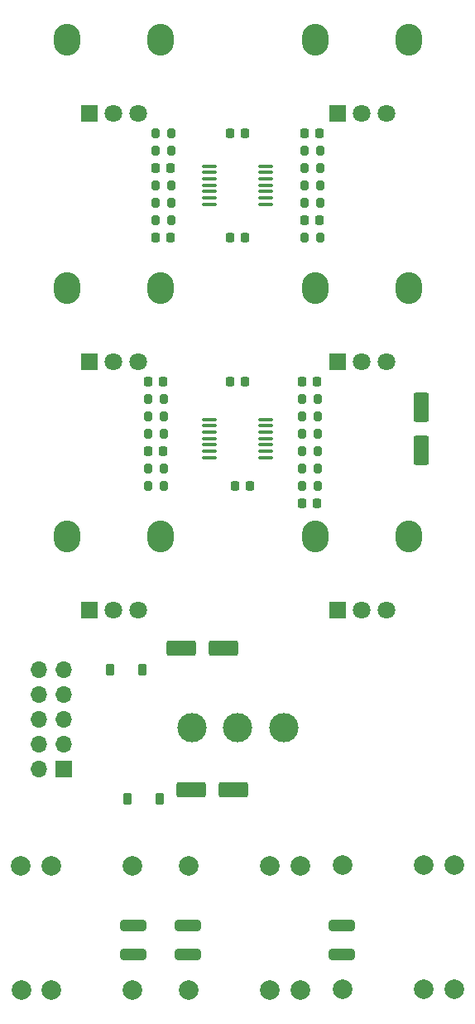
<source format=gbr>
%TF.GenerationSoftware,KiCad,Pcbnew,7.0.1*%
%TF.CreationDate,2024-08-14T21:14:33-04:00*%
%TF.ProjectId,attenuverter_mixer,61747465-6e75-4766-9572-7465725f6d69,rev?*%
%TF.SameCoordinates,Original*%
%TF.FileFunction,Soldermask,Bot*%
%TF.FilePolarity,Negative*%
%FSLAX46Y46*%
G04 Gerber Fmt 4.6, Leading zero omitted, Abs format (unit mm)*
G04 Created by KiCad (PCBNEW 7.0.1) date 2024-08-14 21:14:33*
%MOMM*%
%LPD*%
G01*
G04 APERTURE LIST*
G04 Aperture macros list*
%AMRoundRect*
0 Rectangle with rounded corners*
0 $1 Rounding radius*
0 $2 $3 $4 $5 $6 $7 $8 $9 X,Y pos of 4 corners*
0 Add a 4 corners polygon primitive as box body*
4,1,4,$2,$3,$4,$5,$6,$7,$8,$9,$2,$3,0*
0 Add four circle primitives for the rounded corners*
1,1,$1+$1,$2,$3*
1,1,$1+$1,$4,$5*
1,1,$1+$1,$6,$7*
1,1,$1+$1,$8,$9*
0 Add four rect primitives between the rounded corners*
20,1,$1+$1,$2,$3,$4,$5,0*
20,1,$1+$1,$4,$5,$6,$7,0*
20,1,$1+$1,$6,$7,$8,$9,0*
20,1,$1+$1,$8,$9,$2,$3,0*%
G04 Aperture macros list end*
%ADD10R,1.700000X1.700000*%
%ADD11O,1.700000X1.700000*%
%ADD12C,2.000000*%
%ADD13O,2.720000X3.240000*%
%ADD14R,1.800000X1.800000*%
%ADD15C,1.800000*%
%ADD16C,3.000000*%
%ADD17RoundRect,0.250000X-1.250000X-0.550000X1.250000X-0.550000X1.250000X0.550000X-1.250000X0.550000X0*%
%ADD18RoundRect,0.100000X-0.637500X-0.100000X0.637500X-0.100000X0.637500X0.100000X-0.637500X0.100000X0*%
%ADD19RoundRect,0.200000X0.200000X0.275000X-0.200000X0.275000X-0.200000X-0.275000X0.200000X-0.275000X0*%
%ADD20RoundRect,0.225000X-0.225000X-0.250000X0.225000X-0.250000X0.225000X0.250000X-0.225000X0.250000X0*%
%ADD21RoundRect,0.200000X-0.200000X-0.275000X0.200000X-0.275000X0.200000X0.275000X-0.200000X0.275000X0*%
%ADD22RoundRect,0.100000X0.637500X0.100000X-0.637500X0.100000X-0.637500X-0.100000X0.637500X-0.100000X0*%
%ADD23RoundRect,0.225000X0.225000X0.250000X-0.225000X0.250000X-0.225000X-0.250000X0.225000X-0.250000X0*%
%ADD24RoundRect,0.250000X-1.075000X0.312500X-1.075000X-0.312500X1.075000X-0.312500X1.075000X0.312500X0*%
%ADD25RoundRect,0.250000X1.250000X0.550000X-1.250000X0.550000X-1.250000X-0.550000X1.250000X-0.550000X0*%
%ADD26RoundRect,0.225000X0.225000X0.375000X-0.225000X0.375000X-0.225000X-0.375000X0.225000X-0.375000X0*%
%ADD27RoundRect,0.225000X-0.225000X-0.375000X0.225000X-0.375000X0.225000X0.375000X-0.225000X0.375000X0*%
%ADD28RoundRect,0.250000X-0.550000X1.250000X-0.550000X-1.250000X0.550000X-1.250000X0.550000X1.250000X0*%
G04 APERTURE END LIST*
D10*
%TO.C,J7*%
X118110000Y-125349000D03*
D11*
X115570000Y-125349000D03*
X118110000Y-122809000D03*
X115570000Y-122809000D03*
X118110000Y-120269000D03*
X115570000Y-120269000D03*
X118110000Y-117729000D03*
X115570000Y-117729000D03*
X118110000Y-115189000D03*
X115570000Y-115189000D03*
%TD*%
D12*
%TO.C,J5*%
X142268500Y-147955000D03*
X130868500Y-147955000D03*
X139168500Y-147955000D03*
%TD*%
D13*
%TO.C,RV3*%
X118390000Y-101593000D03*
X127990000Y-101593000D03*
D14*
X120690000Y-109093000D03*
D15*
X123190000Y-109093000D03*
X125690000Y-109093000D03*
%TD*%
D12*
%TO.C,J2*%
X142268500Y-135255000D03*
X130868500Y-135255000D03*
X139168500Y-135255000D03*
%TD*%
D13*
%TO.C,RV6*%
X143790000Y-101593000D03*
X153390000Y-101593000D03*
D14*
X146090000Y-109093000D03*
D15*
X148590000Y-109093000D03*
X151090000Y-109093000D03*
%TD*%
D13*
%TO.C,RV4*%
X143790000Y-50793000D03*
X153390000Y-50793000D03*
D14*
X146090000Y-58293000D03*
D15*
X148590000Y-58293000D03*
X151090000Y-58293000D03*
%TD*%
D12*
%TO.C,J6*%
X158016500Y-147910000D03*
X146616500Y-147910000D03*
X154916500Y-147910000D03*
%TD*%
D13*
%TO.C,RV2*%
X118390000Y-76193000D03*
X127990000Y-76193000D03*
D14*
X120690000Y-83693000D03*
D15*
X123190000Y-83693000D03*
X125690000Y-83693000D03*
%TD*%
D13*
%TO.C,RV1*%
X118390000Y-50793000D03*
X127990000Y-50793000D03*
D14*
X120690000Y-58293000D03*
D15*
X123190000Y-58293000D03*
X125690000Y-58293000D03*
%TD*%
D13*
%TO.C,RV5*%
X143790000Y-76193000D03*
X153390000Y-76193000D03*
D14*
X146090000Y-83693000D03*
D15*
X148590000Y-83693000D03*
X151090000Y-83693000D03*
%TD*%
D12*
%TO.C,J4*%
X113753500Y-147955000D03*
X125153500Y-147955000D03*
X116853500Y-147955000D03*
%TD*%
%TO.C,J1*%
X113723500Y-135255000D03*
X125123500Y-135255000D03*
X116823500Y-135255000D03*
%TD*%
%TO.C,J3*%
X158046500Y-135210000D03*
X146646500Y-135210000D03*
X154946500Y-135210000D03*
%TD*%
D16*
%TO.C,SW1*%
X140590000Y-121113000D03*
X135890000Y-121113000D03*
X131190000Y-121113000D03*
%TD*%
D17*
%TO.C,C10*%
X130065500Y-112985000D03*
X134465500Y-112985000D03*
%TD*%
D18*
%TO.C,U1*%
X133027500Y-67609000D03*
X133027500Y-66959000D03*
X133027500Y-66309000D03*
X133027500Y-65659000D03*
X133027500Y-65009000D03*
X133027500Y-64359000D03*
X133027500Y-63709000D03*
X138752500Y-63709000D03*
X138752500Y-64359000D03*
X138752500Y-65009000D03*
X138752500Y-65659000D03*
X138752500Y-66309000D03*
X138752500Y-66959000D03*
X138752500Y-67609000D03*
%TD*%
D19*
%TO.C,R18*%
X144081000Y-89281000D03*
X142431000Y-89281000D03*
%TD*%
%TO.C,R4*%
X129095000Y-62103000D03*
X127445000Y-62103000D03*
%TD*%
D20*
%TO.C,C2*%
X142735000Y-69215000D03*
X144285000Y-69215000D03*
%TD*%
D21*
%TO.C,R9*%
X126683000Y-91059000D03*
X128333000Y-91059000D03*
%TD*%
%TO.C,R11*%
X127445000Y-67437000D03*
X129095000Y-67437000D03*
%TD*%
D22*
%TO.C,U2*%
X138752500Y-89617000D03*
X138752500Y-90267000D03*
X138752500Y-90917000D03*
X138752500Y-91567000D03*
X138752500Y-92217000D03*
X138752500Y-92867000D03*
X138752500Y-93517000D03*
X133027500Y-93517000D03*
X133027500Y-92867000D03*
X133027500Y-92217000D03*
X133027500Y-91567000D03*
X133027500Y-90917000D03*
X133027500Y-90267000D03*
X133027500Y-89617000D03*
%TD*%
D23*
%TO.C,C13*%
X136665000Y-70993000D03*
X135115000Y-70993000D03*
%TD*%
D19*
%TO.C,R6*%
X128333000Y-94615000D03*
X126683000Y-94615000D03*
%TD*%
%TO.C,R15*%
X128333000Y-87503000D03*
X126683000Y-87503000D03*
%TD*%
D24*
%TO.C,R16*%
X125222000Y-141412500D03*
X125222000Y-144337500D03*
%TD*%
D19*
%TO.C,R8*%
X144335000Y-65659000D03*
X142685000Y-65659000D03*
%TD*%
D20*
%TO.C,C15*%
X135115000Y-85725000D03*
X136665000Y-85725000D03*
%TD*%
D19*
%TO.C,R19*%
X144081000Y-91059000D03*
X142431000Y-91059000D03*
%TD*%
D21*
%TO.C,R12*%
X126683000Y-89281000D03*
X128333000Y-89281000D03*
%TD*%
D23*
%TO.C,C1*%
X129045000Y-63881000D03*
X127495000Y-63881000D03*
%TD*%
%TO.C,C12*%
X136665000Y-60325000D03*
X135115000Y-60325000D03*
%TD*%
D21*
%TO.C,R14*%
X142685000Y-62103000D03*
X144335000Y-62103000D03*
%TD*%
D23*
%TO.C,C3*%
X128283000Y-92837000D03*
X126733000Y-92837000D03*
%TD*%
D19*
%TO.C,R10*%
X144335000Y-63881000D03*
X142685000Y-63881000D03*
%TD*%
%TO.C,R2*%
X144335000Y-70993000D03*
X142685000Y-70993000D03*
%TD*%
D23*
%TO.C,C4*%
X129032000Y-70993000D03*
X127482000Y-70993000D03*
%TD*%
D25*
%TO.C,C11*%
X135481500Y-127463000D03*
X131081500Y-127463000D03*
%TD*%
D20*
%TO.C,C7*%
X142481000Y-85725000D03*
X144031000Y-85725000D03*
%TD*%
%TO.C,C5*%
X142735000Y-60325000D03*
X144285000Y-60325000D03*
%TD*%
D19*
%TO.C,R20*%
X144081000Y-92837000D03*
X142431000Y-92837000D03*
%TD*%
D21*
%TO.C,R21*%
X142431000Y-87503000D03*
X144081000Y-87503000D03*
%TD*%
D19*
%TO.C,R13*%
X129095000Y-69215000D03*
X127445000Y-69215000D03*
%TD*%
D21*
%TO.C,R5*%
X142685000Y-67437000D03*
X144335000Y-67437000D03*
%TD*%
D19*
%TO.C,R22*%
X144081000Y-94615000D03*
X142431000Y-94615000D03*
%TD*%
%TO.C,R23*%
X144081000Y-96393000D03*
X142431000Y-96393000D03*
%TD*%
D21*
%TO.C,R1*%
X127445000Y-60325000D03*
X129095000Y-60325000D03*
%TD*%
D20*
%TO.C,C14*%
X135623000Y-96393000D03*
X137173000Y-96393000D03*
%TD*%
D23*
%TO.C,C6*%
X128283000Y-85725000D03*
X126733000Y-85725000D03*
%TD*%
D26*
%TO.C,D1*%
X126110000Y-115189000D03*
X122810000Y-115189000D03*
%TD*%
D24*
%TO.C,R24*%
X146558000Y-141412500D03*
X146558000Y-144337500D03*
%TD*%
D27*
%TO.C,D2*%
X124588000Y-128397000D03*
X127888000Y-128397000D03*
%TD*%
D24*
%TO.C,R17*%
X130810000Y-141412500D03*
X130810000Y-144337500D03*
%TD*%
D21*
%TO.C,R7*%
X127445000Y-65659000D03*
X129095000Y-65659000D03*
%TD*%
%TO.C,R3*%
X126683000Y-96393000D03*
X128333000Y-96393000D03*
%TD*%
D28*
%TO.C,C8*%
X154686000Y-88351000D03*
X154686000Y-92751000D03*
%TD*%
D23*
%TO.C,C9*%
X144031000Y-98171000D03*
X142481000Y-98171000D03*
%TD*%
M02*

</source>
